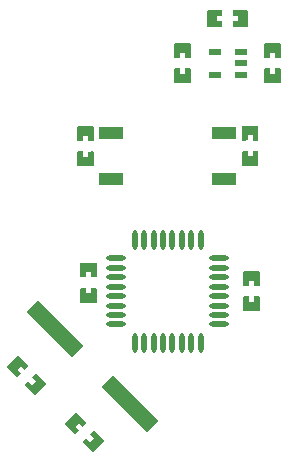
<source format=gtp>
G04 Layer: TopPasteMaskLayer*
G04 EasyEDA v6.5.34, 2023-09-04 11:54:11*
G04 81153b16d9204a1fb18c57ec6b78e56b,7e63b50fb6014f29bd7207b67e5f40bc,10*
G04 Gerber Generator version 0.2*
G04 Scale: 100 percent, Rotated: No, Reflected: No *
G04 Dimensions in millimeters *
G04 leading zeros omitted , absolute positions ,4 integer and 5 decimal *
%FSLAX45Y45*%
%MOMM*%

%AMMACRO1*21,1,$1,$2,0,0,$3*%
%ADD10R,1.0000X0.6000*%
%ADD11R,2.0000X1.0000*%
%ADD12O,0.4500118X1.6500094*%
%ADD13O,1.6500094X0.4500118*%
%ADD14MACRO1,5.5X1.4X-44.9998*%

%LPD*%
G36*
X2517292Y4553915D02*
G01*
X2476296Y4553407D01*
X2471318Y4548378D01*
X2471318Y4433417D01*
X2476296Y4428388D01*
X2604312Y4428388D01*
X2609291Y4433417D01*
X2609291Y4548378D01*
X2604312Y4553407D01*
X2562301Y4552899D01*
X2562301Y4508906D01*
X2517292Y4508906D01*
G37*
G36*
X2476296Y4768392D02*
G01*
X2471318Y4763414D01*
X2471318Y4648403D01*
X2476296Y4643374D01*
X2517292Y4643882D01*
X2517292Y4687874D01*
X2562301Y4687874D01*
X2562301Y4643374D01*
X2604312Y4643374D01*
X2609291Y4648403D01*
X2609291Y4763414D01*
X2604312Y4768392D01*
G37*
G36*
X3279292Y4553915D02*
G01*
X3238296Y4553407D01*
X3233267Y4548378D01*
X3233267Y4433417D01*
X3238296Y4428388D01*
X3366312Y4428388D01*
X3371291Y4433417D01*
X3371291Y4548378D01*
X3366312Y4553407D01*
X3324301Y4552899D01*
X3324301Y4508906D01*
X3279292Y4508906D01*
G37*
G36*
X3238296Y4768392D02*
G01*
X3233267Y4763414D01*
X3233267Y4648403D01*
X3238296Y4643374D01*
X3279292Y4643882D01*
X3279292Y4687874D01*
X3324301Y4687874D01*
X3324301Y4643374D01*
X3366312Y4643374D01*
X3371291Y4648403D01*
X3371291Y4763414D01*
X3366312Y4768392D01*
G37*
G36*
X2970784Y5043881D02*
G01*
X2965805Y5038902D01*
X2966313Y4996891D01*
X3010306Y4996891D01*
X3010306Y4951882D01*
X2965297Y4951882D01*
X2965805Y4910886D01*
X2970784Y4905908D01*
X3085795Y4905908D01*
X3090824Y4910886D01*
X3090824Y5038902D01*
X3085795Y5043881D01*
G37*
G36*
X2755798Y5043881D02*
G01*
X2750820Y5038902D01*
X2750820Y4910886D01*
X2755798Y4905908D01*
X2870809Y4905908D01*
X2875788Y4910886D01*
X2875280Y4951882D01*
X2831287Y4951882D01*
X2831287Y4996891D01*
X2875788Y4996891D01*
X2875788Y5038902D01*
X2870809Y5043881D01*
G37*
G36*
X1654810Y4064914D02*
G01*
X1649780Y4059885D01*
X1649780Y3944874D01*
X1654810Y3939895D01*
X1696770Y3940403D01*
X1696770Y3984396D01*
X1741779Y3984396D01*
X1741779Y3939387D01*
X1782775Y3939895D01*
X1787804Y3944874D01*
X1787804Y4059885D01*
X1782775Y4064914D01*
G37*
G36*
X1654810Y3849878D02*
G01*
X1649780Y3844899D01*
X1649780Y3729888D01*
X1654810Y3724910D01*
X1782775Y3724910D01*
X1787804Y3729888D01*
X1787804Y3844899D01*
X1782775Y3849878D01*
X1741779Y3849370D01*
X1741779Y3805377D01*
X1696770Y3805377D01*
X1696770Y3849878D01*
G37*
G36*
X3101492Y2623515D02*
G01*
X3060496Y2623007D01*
X3055467Y2617978D01*
X3055467Y2502966D01*
X3060496Y2497988D01*
X3188462Y2497988D01*
X3193491Y2502966D01*
X3193491Y2617978D01*
X3188462Y2623007D01*
X3146501Y2622499D01*
X3146501Y2578506D01*
X3101492Y2578506D01*
G37*
G36*
X3060496Y2837992D02*
G01*
X3055467Y2832963D01*
X3055467Y2718003D01*
X3060496Y2712974D01*
X3101492Y2713482D01*
X3101492Y2757474D01*
X3146501Y2757474D01*
X3146501Y2712974D01*
X3188462Y2712974D01*
X3193491Y2718003D01*
X3193491Y2832963D01*
X3188462Y2837992D01*
G37*
G36*
X1295349Y1968093D02*
G01*
X1266037Y1938020D01*
X1297127Y1906930D01*
X1265326Y1875078D01*
X1233525Y1906930D01*
X1204874Y1877568D01*
X1204874Y1870506D01*
X1286205Y1789175D01*
X1293266Y1789175D01*
X1383741Y1879701D01*
X1383741Y1886762D01*
X1302461Y1968093D01*
G37*
G36*
X1143355Y2120087D02*
G01*
X1052830Y2029612D01*
X1052830Y2022500D01*
X1134160Y1941220D01*
X1141222Y1941220D01*
X1169873Y1970582D01*
X1138732Y2001672D01*
X1170584Y2033473D01*
X1202029Y2002028D01*
X1231747Y2031695D01*
X1231747Y2038807D01*
X1150416Y2120087D01*
G37*
G36*
X1632305Y1636826D02*
G01*
X1541780Y1546301D01*
X1541780Y1539240D01*
X1623110Y1457909D01*
X1630172Y1457909D01*
X1659534Y1487932D01*
X1628444Y1519072D01*
X1660245Y1550873D01*
X1692046Y1519072D01*
X1720697Y1548434D01*
X1720697Y1555496D01*
X1639366Y1636826D01*
G37*
G36*
X1784350Y1484782D02*
G01*
X1755698Y1455420D01*
X1786839Y1424330D01*
X1754987Y1392478D01*
X1723542Y1423974D01*
X1693824Y1394256D01*
X1693824Y1387195D01*
X1775155Y1305864D01*
X1782216Y1305864D01*
X1872742Y1396390D01*
X1872742Y1403451D01*
X1791411Y1484782D01*
G37*
G36*
X1680210Y2909214D02*
G01*
X1675180Y2904185D01*
X1675180Y2789174D01*
X1680159Y2784195D01*
X1722170Y2784703D01*
X1722170Y2828696D01*
X1767179Y2828696D01*
X1767179Y2783687D01*
X1808175Y2784195D01*
X1813204Y2789174D01*
X1813204Y2904185D01*
X1808175Y2909214D01*
G37*
G36*
X1680210Y2694178D02*
G01*
X1675180Y2689199D01*
X1675180Y2574188D01*
X1680159Y2569210D01*
X1808175Y2569210D01*
X1813204Y2574188D01*
X1813204Y2689199D01*
X1808175Y2694178D01*
X1767179Y2693670D01*
X1767179Y2649677D01*
X1722170Y2649677D01*
X1722170Y2694178D01*
G37*
G36*
X3049778Y4067403D02*
G01*
X3044799Y4062374D01*
X3044799Y3947414D01*
X3049778Y3942384D01*
X3091789Y3942892D01*
X3091789Y3986885D01*
X3136798Y3986885D01*
X3136798Y3941876D01*
X3177794Y3942384D01*
X3182772Y3947414D01*
X3182772Y4062374D01*
X3177794Y4067403D01*
G37*
G36*
X3049778Y3852418D02*
G01*
X3044799Y3847388D01*
X3044799Y3732377D01*
X3049778Y3727399D01*
X3177794Y3727399D01*
X3182772Y3732377D01*
X3182772Y3847388D01*
X3177794Y3852418D01*
X3136798Y3851910D01*
X3136798Y3807917D01*
X3091789Y3807917D01*
X3091789Y3852367D01*
G37*
D10*
G01*
X3033318Y4595901D03*
G01*
X3033318Y4690871D03*
G01*
X3033293Y4500905D03*
G01*
X2813304Y4690897D03*
G01*
X2813304Y4500879D03*
D11*
G01*
X1935302Y4003497D03*
G01*
X2895295Y4003497D03*
G01*
X1935302Y3613480D03*
G01*
X2895295Y3613480D03*
D12*
G01*
X2135276Y3103626D03*
G01*
X2215286Y3103651D03*
G01*
X2295296Y3103626D03*
G01*
X2375306Y3103626D03*
G01*
X2455290Y3103626D03*
G01*
X2535300Y3103626D03*
G01*
X2615285Y3103626D03*
G01*
X2695295Y3103626D03*
D13*
G01*
X2852165Y2945485D03*
G01*
X2852165Y2865501D03*
G01*
X2852165Y2785465D03*
G01*
X2852165Y2705506D03*
G01*
X2852165Y2625470D03*
G01*
X2852165Y2545511D03*
G01*
X2852165Y2465476D03*
G01*
X2852165Y2385491D03*
D12*
G01*
X2695295Y2227326D03*
G01*
X2615285Y2227326D03*
G01*
X2535300Y2227326D03*
G01*
X2455290Y2227326D03*
G01*
X2375281Y2227326D03*
G01*
X2295296Y2227326D03*
G01*
X2215286Y2227326D03*
G01*
X2135276Y2227326D03*
D13*
G01*
X1978406Y2385466D03*
G01*
X1978406Y2465501D03*
G01*
X1978406Y2545486D03*
G01*
X1978406Y2625496D03*
G01*
X1978406Y2705480D03*
G01*
X1978406Y2785490D03*
G01*
X1978406Y2865475D03*
G01*
X1978406Y2945511D03*
D14*
G01*
X1462096Y2348684D03*
G01*
X2098490Y1712290D03*
M02*

</source>
